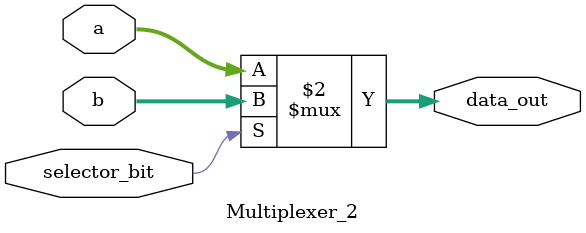
<source format=v>
module Multiplexer_2(a, b, selector_bit, data_out);
    input [63:0] a;         // First input data
    input [63:0] b;         // Second input data
    input selector_bit;     // Selection control
    output reg [63:0] data_out; // Output register
    
    always @(*) begin       // Combinational logic block
        data_out <= selector_bit ? b : a;  // Select b when selector=1, a when selector=0
    end
endmodule

</source>
